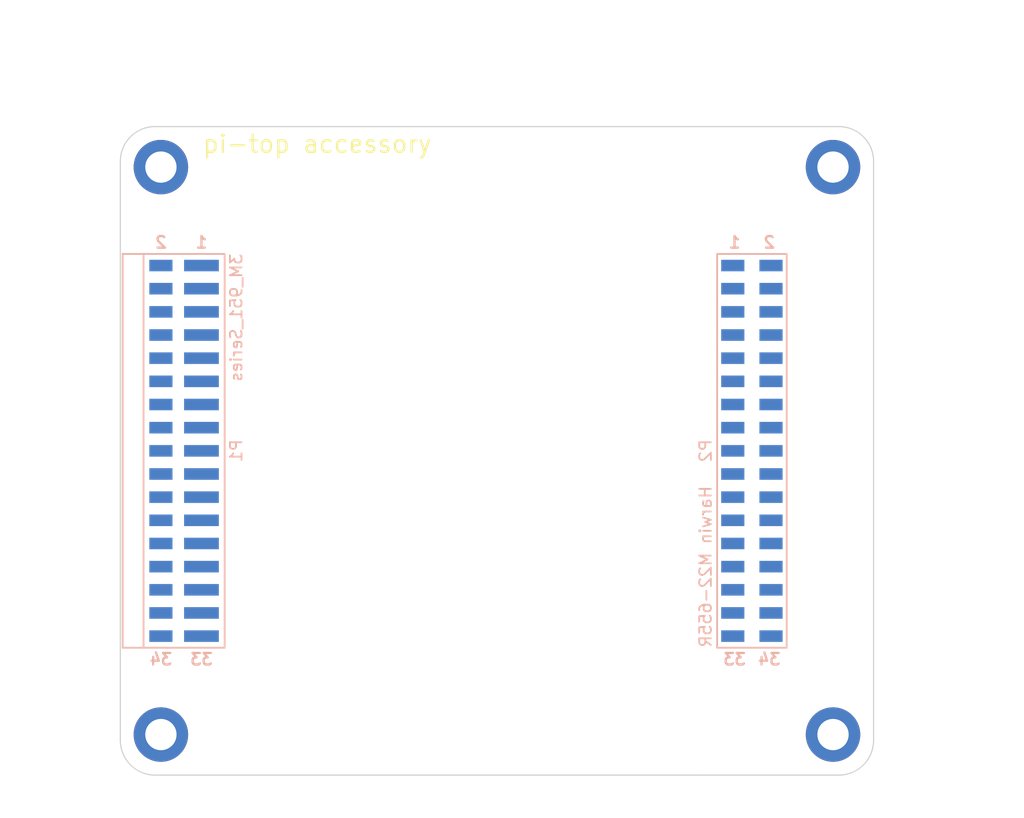
<source format=kicad_pcb>
(kicad_pcb (version 3) (host pcbnew "(22-Jun-2014 BZR 4027)-stable")

  (general
    (links 0)
    (no_connects 0)
    (area 61.114287 113.300001 151.95 188.150001)
    (thickness 1.6)
    (drawings 25)
    (tracks 0)
    (zones 0)
    (modules 6)
    (nets 1)
  )

  (page A3)
  (layers
    (15 F.Cu signal)
    (0 B.Cu signal)
    (16 B.Adhes user)
    (17 F.Adhes user)
    (18 B.Paste user)
    (19 F.Paste user)
    (20 B.SilkS user)
    (21 F.SilkS user)
    (22 B.Mask user)
    (23 F.Mask user)
    (24 Dwgs.User user)
    (25 Cmts.User user)
    (26 Eco1.User user)
    (27 Eco2.User user)
    (28 Edge.Cuts user)
  )

  (setup
    (last_trace_width 0.254)
    (trace_clearance 0.254)
    (zone_clearance 0.508)
    (zone_45_only no)
    (trace_min 0.254)
    (segment_width 0.2)
    (edge_width 0.1)
    (via_size 0.889)
    (via_drill 0.635)
    (via_min_size 0.889)
    (via_min_drill 0.508)
    (uvia_size 0.508)
    (uvia_drill 0.127)
    (uvias_allowed no)
    (uvia_min_size 0.508)
    (uvia_min_drill 0.127)
    (pcb_text_width 0.3)
    (pcb_text_size 1.5 1.5)
    (mod_edge_width 0.15)
    (mod_text_size 1 1)
    (mod_text_width 0.15)
    (pad_size 1 2)
    (pad_drill 0)
    (pad_to_mask_clearance 0)
    (aux_axis_origin 0 0)
    (visible_elements 7FFFFFFF)
    (pcbplotparams
      (layerselection 3178497)
      (usegerberextensions true)
      (excludeedgelayer true)
      (linewidth 0.150000)
      (plotframeref false)
      (viasonmask false)
      (mode 1)
      (useauxorigin false)
      (hpglpennumber 1)
      (hpglpenspeed 20)
      (hpglpendiameter 15)
      (hpglpenoverlay 2)
      (psnegative false)
      (psa4output false)
      (plotreference true)
      (plotvalue true)
      (plotothertext true)
      (plotinvisibletext false)
      (padsonsilk false)
      (subtractmaskfromsilk false)
      (outputformat 1)
      (mirror false)
      (drillshape 1)
      (scaleselection 1)
      (outputdirectory ""))
  )

  (net 0 "")

  (net_class Default "This is the default net class."
    (clearance 0.254)
    (trace_width 0.254)
    (via_dia 0.889)
    (via_drill 0.635)
    (uvia_dia 0.508)
    (uvia_drill 0.127)
    (add_net "")
  )

  (module MountingHole_2.7mm   locked (layer F.Cu) (tedit 59264B13) (tstamp 5926A401)
    (at 73.5 176.5)
    (fp_text reference MountingHole_2.7mm (at 0 -4) (layer F.SilkS) hide
      (effects (font (size 1 1) (thickness 0.15)))
    )
    (fp_text value VAL** (at 0 4) (layer F.SilkS) hide
      (effects (font (size 1 1) (thickness 0.15)))
    )
    (pad 1 thru_hole circle (at 0 0) (size 4.7 4.7) (drill 2.7)
      (layers *.Cu *.Mask)
    )
  )

  (module MountingHole_2.7mm   locked (layer F.Cu) (tedit 59264AFF) (tstamp 5926A40B)
    (at 131.5 176.5)
    (fp_text reference MountingHole_2.7mm (at 0 -4) (layer F.SilkS) hide
      (effects (font (size 1 1) (thickness 0.15)))
    )
    (fp_text value VAL** (at 0 4) (layer F.SilkS) hide
      (effects (font (size 1 1) (thickness 0.15)))
    )
    (pad 2 thru_hole circle (at 0 0) (size 4.7 4.7) (drill 2.7)
      (layers *.Cu *.Mask)
    )
  )

  (module MountingHole_2.7mm   locked (layer F.Cu) (tedit 59264AE4) (tstamp 5926A42E)
    (at 131.5 127.5)
    (fp_text reference MountingHole_2.7mm (at 0 -4) (layer F.SilkS) hide
      (effects (font (size 1 1) (thickness 0.15)))
    )
    (fp_text value VAL** (at 0 4) (layer F.SilkS) hide
      (effects (font (size 1 1) (thickness 0.15)))
    )
    (pad 3 thru_hole circle (at 0 0) (size 4.7 4.7) (drill 2.7)
      (layers *.Cu *.Mask)
    )
  )

  (module MountingHole_2.7mm (layer F.Cu) (tedit 59264ACA) (tstamp 5926A440)
    (at 73.5 127.5)
    (fp_text reference MountingHole_2.7mm (at 0 -4) (layer F.SilkS) hide
      (effects (font (size 1 1) (thickness 0.15)))
    )
    (fp_text value VAL** (at 0 4) (layer F.SilkS) hide
      (effects (font (size 1 1) (thickness 0.15)))
    )
    (pad 4 thru_hole circle (at 0 0) (size 4.7 4.7) (drill 2.7)
      (layers *.Cu *.Mask)
    )
  )

  (module Harwin_M22-655R (layer B.Cu) (tedit 59272570) (tstamp 59273297)
    (at 124.5 152 270)
    (path /59250199)
    (fp_text reference P2 (at 0 4 270) (layer B.SilkS)
      (effects (font (size 1 1) (thickness 0.15)) (justify mirror))
    )
    (fp_text value "Harwin M22-655R" (at 10 4 270) (layer B.SilkS)
      (effects (font (size 1 1) (thickness 0.15)) (justify mirror))
    )
    (fp_line (start 17 -3.95) (end 17 -10.3) (layer Dwgs.User) (width 0.15))
    (fp_line (start 17 -10.3) (end -17 -10.3) (layer Dwgs.User) (width 0.15))
    (fp_line (start -17 -10.3) (end -17 -3.95) (layer Dwgs.User) (width 0.15))
    (fp_line (start -17 -3.95) (end 17 -3.95) (layer Dwgs.User) (width 0.15))
    (fp_line (start -17 3) (end 17 3) (layer B.SilkS) (width 0.15))
    (fp_line (start 17 3) (end 17 -3) (layer B.SilkS) (width 0.15))
    (fp_line (start 17 -3) (end -17 -3) (layer B.SilkS) (width 0.15))
    (fp_line (start -17 -3) (end -17 3) (layer B.SilkS) (width 0.15))
    (pad 1 smd rect (at -16 1.65 270) (size 1 2)
      (layers B.Cu B.Paste B.Mask)
    )
    (pad 2 smd rect (at -16 -1.65 270) (size 1 2)
      (layers B.Cu B.Paste B.Mask)
    )
    (pad 3 smd rect (at -14 1.65 270) (size 1 2)
      (layers B.Cu B.Paste B.Mask)
    )
    (pad 4 smd rect (at -14 -1.65 270) (size 1 2)
      (layers B.Cu B.Paste B.Mask)
    )
    (pad 5 smd rect (at -12 1.65 270) (size 1 2)
      (layers B.Cu B.Paste B.Mask)
    )
    (pad 6 smd rect (at -12 -1.65 270) (size 1 2)
      (layers B.Cu B.Paste B.Mask)
    )
    (pad 7 smd rect (at -10 1.65 270) (size 1 2)
      (layers B.Cu B.Paste B.Mask)
    )
    (pad 8 smd rect (at -10 -1.65 270) (size 1 2)
      (layers B.Cu B.Paste B.Mask)
    )
    (pad 9 smd rect (at -8 1.65 270) (size 1 2)
      (layers B.Cu B.Paste B.Mask)
    )
    (pad 10 smd rect (at -8 -1.65 270) (size 1 2)
      (layers B.Cu B.Paste B.Mask)
    )
    (pad 11 smd rect (at -6 1.65 270) (size 1 2)
      (layers B.Cu B.Paste B.Mask)
    )
    (pad 12 smd rect (at -6 -1.65 270) (size 1 2)
      (layers B.Cu B.Paste B.Mask)
    )
    (pad 13 smd rect (at -4 1.65 270) (size 1 2)
      (layers B.Cu B.Paste B.Mask)
    )
    (pad 14 smd rect (at -4 -1.65 270) (size 1 2)
      (layers B.Cu B.Paste B.Mask)
    )
    (pad 15 smd rect (at -2 1.65 270) (size 1 2)
      (layers B.Cu B.Paste B.Mask)
    )
    (pad 16 smd rect (at -2 -1.65 270) (size 1 2)
      (layers B.Cu B.Paste B.Mask)
    )
    (pad 17 smd rect (at 0 1.65 270) (size 1 2)
      (layers B.Cu B.Paste B.Mask)
    )
    (pad 18 smd rect (at 0 -1.65 270) (size 1 2)
      (layers B.Cu B.Paste B.Mask)
    )
    (pad 19 smd rect (at 2 1.65 270) (size 1 2)
      (layers B.Cu B.Paste B.Mask)
    )
    (pad 20 smd rect (at 2 -1.65 270) (size 1 2)
      (layers B.Cu B.Paste B.Mask)
    )
    (pad 21 smd rect (at 4 1.65 270) (size 1 2)
      (layers B.Cu B.Paste B.Mask)
    )
    (pad 22 smd rect (at 4 -1.65 270) (size 1 2)
      (layers B.Cu B.Paste B.Mask)
    )
    (pad 23 smd rect (at 6 1.65 270) (size 1 2)
      (layers B.Cu B.Paste B.Mask)
    )
    (pad 24 smd rect (at 6 -1.65 270) (size 1 2)
      (layers B.Cu B.Paste B.Mask)
    )
    (pad 25 smd rect (at 8 1.65 270) (size 1 2)
      (layers B.Cu B.Paste B.Mask)
    )
    (pad 26 smd rect (at 8 -1.65 270) (size 1 2)
      (layers B.Cu B.Paste B.Mask)
    )
    (pad 27 smd rect (at 10 1.65 270) (size 1 2)
      (layers B.Cu B.Paste B.Mask)
    )
    (pad 28 smd rect (at 10 -1.65 270) (size 1 2)
      (layers B.Cu B.Paste B.Mask)
    )
    (pad 29 smd rect (at 12 1.65 270) (size 1 2)
      (layers B.Cu B.Paste B.Mask)
    )
    (pad 30 smd rect (at 12 -1.65 270) (size 1 2)
      (layers B.Cu B.Paste B.Mask)
    )
    (pad 31 smd rect (at 14 1.65 270) (size 1 2)
      (layers B.Cu B.Paste B.Mask)
    )
    (pad 32 smd rect (at 14 -1.65 270) (size 1 2)
      (layers B.Cu B.Paste B.Mask)
    )
    (pad 33 smd rect (at 16 1.65 270) (size 1 2)
      (layers B.Cu B.Paste B.Mask)
    )
    (pad 34 smd rect (at 16 -1.65 270) (size 1 2)
      (layers B.Cu B.Paste B.Mask)
    )
  )

  (module 3M_951_Series (layer B.Cu) (tedit 59272530) (tstamp 592732D4)
    (at 75 152 90)
    (path /5925018A)
    (fp_text reference P1 (at 0 5 90) (layer B.SilkS)
      (effects (font (size 1 1) (thickness 0.15)) (justify mirror))
    )
    (fp_text value 3M_951_Series (at 11.5 5 90) (layer B.SilkS)
      (effects (font (size 1 1) (thickness 0.15)) (justify mirror))
    )
    (fp_line (start 17 -5) (end -17 -5) (layer Dwgs.User) (width 0.15))
    (fp_line (start 14 -4.8) (end 14 -9.25) (layer Dwgs.User) (width 0.15))
    (fp_line (start 12 -4.8) (end 12 -9.25) (layer Dwgs.User) (width 0.15))
    (fp_line (start 10 -4.8) (end 10 -9.25) (layer Dwgs.User) (width 0.15))
    (fp_line (start 8 -4.8) (end 8 -9.25) (layer Dwgs.User) (width 0.15))
    (fp_line (start 6 -4.8) (end 6 -9.25) (layer Dwgs.User) (width 0.15))
    (fp_line (start 4 -4.8) (end 4 -9.25) (layer Dwgs.User) (width 0.15))
    (fp_line (start 2 -4.8) (end 2 -9.25) (layer Dwgs.User) (width 0.15))
    (fp_line (start 0 -4.8) (end 0 -9.25) (layer Dwgs.User) (width 0.15))
    (fp_line (start -2 -4.8) (end -2 -9.25) (layer Dwgs.User) (width 0.15))
    (fp_line (start -4 -4.8) (end -4 -9.25) (layer Dwgs.User) (width 0.15))
    (fp_line (start -6 -4.8) (end -6 -9.25) (layer Dwgs.User) (width 0.15))
    (fp_line (start -8 -4.8) (end -8 -9.25) (layer Dwgs.User) (width 0.15))
    (fp_line (start -10 -4.8) (end -10 -9.25) (layer Dwgs.User) (width 0.15))
    (fp_line (start -12 -4.8) (end -12 -9.25) (layer Dwgs.User) (width 0.15))
    (fp_line (start -14 -4.8) (end -14 -9.25) (layer Dwgs.User) (width 0.15))
    (fp_line (start 16 -4.8) (end 16 -9.25) (layer Dwgs.User) (width 0.15))
    (fp_line (start -16 -9.25) (end -16 -4.8) (layer Dwgs.User) (width 0.15))
    (fp_line (start -17 -4.8) (end 17 -4.8) (layer B.SilkS) (width 0.15))
    (fp_line (start -17 4) (end 17 4) (layer B.SilkS) (width 0.15))
    (fp_line (start 17 4) (end 17 -4.8) (layer B.SilkS) (width 0.15))
    (fp_line (start 17 -3) (end -17 -3) (layer B.SilkS) (width 0.15))
    (fp_line (start -17 -4.8) (end -17 4) (layer B.SilkS) (width 0.15))
    (pad 33 smd rect (at -16 2 90) (size 1 3)
      (layers B.Cu B.Paste B.Mask)
    )
    (pad 34 smd rect (at -16 -1.5 90) (size 1 2)
      (layers B.Cu B.Paste B.Mask)
    )
    (pad 31 smd rect (at -14 2 90) (size 1 3)
      (layers B.Cu B.Paste B.Mask)
    )
    (pad 32 smd rect (at -14 -1.5 90) (size 1 2)
      (layers B.Cu B.Paste B.Mask)
    )
    (pad 29 smd rect (at -12 2 90) (size 1 3)
      (layers B.Cu B.Paste B.Mask)
    )
    (pad 30 smd rect (at -12 -1.5 90) (size 1 2)
      (layers B.Cu B.Paste B.Mask)
    )
    (pad 27 smd rect (at -10 2 90) (size 1 3)
      (layers B.Cu B.Paste B.Mask)
    )
    (pad 28 smd rect (at -10 -1.5 90) (size 1 2)
      (layers B.Cu B.Paste B.Mask)
    )
    (pad 25 smd rect (at -8 2 90) (size 1 3)
      (layers B.Cu B.Paste B.Mask)
    )
    (pad 26 smd rect (at -8 -1.5 90) (size 1 2)
      (layers B.Cu B.Paste B.Mask)
    )
    (pad 23 smd rect (at -6 2 90) (size 1 3)
      (layers B.Cu B.Paste B.Mask)
    )
    (pad 24 smd rect (at -6 -1.5 90) (size 1 2)
      (layers B.Cu B.Paste B.Mask)
    )
    (pad 21 smd rect (at -4 2 90) (size 1 3)
      (layers B.Cu B.Paste B.Mask)
    )
    (pad 22 smd rect (at -4 -1.5 90) (size 1 2)
      (layers B.Cu B.Paste B.Mask)
    )
    (pad 19 smd rect (at -2 2 90) (size 1 3)
      (layers B.Cu B.Paste B.Mask)
    )
    (pad 20 smd rect (at -2 -1.5 90) (size 1 2)
      (layers B.Cu B.Paste B.Mask)
    )
    (pad 17 smd rect (at 0 2 90) (size 1 3)
      (layers B.Cu B.Paste B.Mask)
    )
    (pad 18 smd rect (at 0 -1.5 90) (size 1 2)
      (layers B.Cu B.Paste B.Mask)
    )
    (pad 15 smd rect (at 2 2 90) (size 1 3)
      (layers B.Cu B.Paste B.Mask)
    )
    (pad 16 smd rect (at 2 -1.5 90) (size 1 2)
      (layers B.Cu B.Paste B.Mask)
    )
    (pad 13 smd rect (at 4 2 90) (size 1 3)
      (layers B.Cu B.Paste B.Mask)
    )
    (pad 14 smd rect (at 4 -1.5 90) (size 1 2)
      (layers B.Cu B.Paste B.Mask)
    )
    (pad 11 smd rect (at 6 2 90) (size 1 3)
      (layers B.Cu B.Paste B.Mask)
    )
    (pad 12 smd rect (at 6 -1.5 90) (size 1 2)
      (layers B.Cu B.Paste B.Mask)
    )
    (pad 9 smd rect (at 8 2 90) (size 1 3)
      (layers B.Cu B.Paste B.Mask)
    )
    (pad 10 smd rect (at 8 -1.5 90) (size 1 2)
      (layers B.Cu B.Paste B.Mask)
    )
    (pad 7 smd rect (at 10 2 90) (size 1 3)
      (layers B.Cu B.Paste B.Mask)
    )
    (pad 8 smd rect (at 10 -1.5 90) (size 1 2)
      (layers B.Cu B.Paste B.Mask)
    )
    (pad 5 smd rect (at 12 2 90) (size 1 3)
      (layers B.Cu B.Paste B.Mask)
    )
    (pad 6 smd rect (at 12 -1.5 90) (size 1 2)
      (layers B.Cu B.Paste B.Mask)
    )
    (pad 3 smd rect (at 14 2 90) (size 1 3)
      (layers B.Cu B.Paste B.Mask)
    )
    (pad 4 smd rect (at 14 -1.5 90) (size 1 2)
      (layers B.Cu B.Paste B.Mask)
    )
    (pad 1 smd rect (at 16 2 90) (size 1 3)
      (layers B.Cu B.Paste B.Mask)
    )
    (pad 2 smd rect (at 16 -1.5 90) (size 1 2)
      (layers B.Cu B.Paste B.Mask)
    )
  )

  (gr_text 34 (at 126 170) (layer B.SilkS)
    (effects (font (size 1 1) (thickness 0.2)) (justify mirror))
  )
  (gr_text 33 (at 123 170) (layer B.SilkS)
    (effects (font (size 1 1) (thickness 0.2)) (justify mirror))
  )
  (gr_text 34 (at 73.5 170) (layer B.SilkS)
    (effects (font (size 1 1) (thickness 0.2)) (justify mirror))
  )
  (gr_text 33 (at 77 170) (layer B.SilkS)
    (effects (font (size 1 1) (thickness 0.2)) (justify mirror))
  )
  (gr_text 2 (at 73.5 134) (layer B.SilkS)
    (effects (font (size 1 1) (thickness 0.2)) (justify mirror))
  )
  (gr_text 1 (at 77 134) (layer B.SilkS)
    (effects (font (size 1 1) (thickness 0.2)) (justify mirror))
  )
  (gr_text 1 (at 123 134) (layer B.SilkS)
    (effects (font (size 1 1) (thickness 0.2)) (justify mirror))
  )
  (gr_text 2 (at 126 134) (layer B.SilkS)
    (effects (font (size 1 1) (thickness 0.2)) (justify mirror))
  )
  (gr_text "pi-top accessory" (at 77 125.5) (layer F.SilkS)
    (effects (font (size 1.5 1.5) (thickness 0.2)) (justify left))
  )
  (dimension 24.5 (width 0.2) (layer Dwgs.User)
    (gr_text "24.500 mm" (at 115.15 139.75 90) (layer Dwgs.User)
      (effects (font (size 1.5 1.5) (thickness 0.2)))
    )
    (feature1 (pts (xy 119 127.5) (xy 113.8 127.5)))
    (feature2 (pts (xy 119 152) (xy 113.8 152)))
    (crossbar (pts (xy 116.5 152) (xy 116.5 127.5)))
    (arrow1a (pts (xy 116.5 127.5) (xy 117.08642 128.626503)))
    (arrow1b (pts (xy 116.5 127.5) (xy 115.91358 128.626503)))
    (arrow2a (pts (xy 116.5 152) (xy 117.08642 150.873497)))
    (arrow2b (pts (xy 116.5 152) (xy 115.91358 150.873497)))
  )
  (gr_line (start 119 127.5) (end 128.5 127.5) (angle 90) (layer Dwgs.User) (width 0.2))
  (dimension 3.5 (width 0.2) (layer Dwgs.User)
    (gr_text "3.500 mm" (at 67 187 90) (layer Dwgs.User)
      (effects (font (size 1.5 1.5) (thickness 0.2)))
    )
    (feature1 (pts (xy 69.5 176.5) (xy 64.3 176.5)))
    (feature2 (pts (xy 69.5 180) (xy 64.3 180)))
    (crossbar (pts (xy 67 180) (xy 67 176.5)))
    (arrow1a (pts (xy 67 176.5) (xy 67.58642 177.626503)))
    (arrow1b (pts (xy 67 176.5) (xy 66.41358 177.626503)))
    (arrow2a (pts (xy 67 180) (xy 67.58642 178.873497)))
    (arrow2b (pts (xy 67 180) (xy 66.41358 178.873497)))
  )
  (dimension 3.5 (width 0.2) (layer Dwgs.User)
    (gr_text "3.500 mm" (at 80 183) (layer Dwgs.User)
      (effects (font (size 1.5 1.5) (thickness 0.2)))
    )
    (feature1 (pts (xy 73.5 180.5) (xy 73.5 185.699999)))
    (feature2 (pts (xy 70 180.5) (xy 70 185.699999)))
    (crossbar (pts (xy 70 182.999999) (xy 73.5 182.999999)))
    (arrow1a (pts (xy 73.5 182.999999) (xy 72.373497 183.586419)))
    (arrow1b (pts (xy 73.5 182.999999) (xy 72.373497 182.413579)))
    (arrow2a (pts (xy 70 182.999999) (xy 71.126503 183.586419)))
    (arrow2b (pts (xy 70 182.999999) (xy 71.126503 182.413579)))
  )
  (dimension 49 (width 0.2) (layer Dwgs.User)
    (gr_text "49.000 mm" (at 141.85 152 90) (layer Dwgs.User)
      (effects (font (size 1.5 1.5) (thickness 0.2)))
    )
    (feature1 (pts (xy 136 127.5) (xy 143.2 127.5)))
    (feature2 (pts (xy 136 176.5) (xy 143.2 176.5)))
    (crossbar (pts (xy 140.5 176.5) (xy 140.5 127.5)))
    (arrow1a (pts (xy 140.5 127.5) (xy 141.08642 128.626503)))
    (arrow1b (pts (xy 140.5 127.5) (xy 139.91358 128.626503)))
    (arrow2a (pts (xy 140.5 176.5) (xy 141.08642 175.373497)))
    (arrow2b (pts (xy 140.5 176.5) (xy 139.91358 175.373497)))
  )
  (dimension 65 (width 0.2) (layer Dwgs.User)
    (gr_text "65.000 mm" (at 102.5 114.650001) (layer Dwgs.User)
      (effects (font (size 1.5 1.5) (thickness 0.2)))
    )
    (feature1 (pts (xy 135 124) (xy 135 113.300001)))
    (feature2 (pts (xy 70 124) (xy 70 113.300001)))
    (crossbar (pts (xy 70 116.000001) (xy 135 116.000001)))
    (arrow1a (pts (xy 135 116.000001) (xy 133.873497 116.586421)))
    (arrow1b (pts (xy 135 116.000001) (xy 133.873497 115.413581)))
    (arrow2a (pts (xy 70 116.000001) (xy 71.126503 116.586421)))
    (arrow2b (pts (xy 70 116.000001) (xy 71.126503 115.413581)))
  )
  (dimension 56 (width 0.2) (layer Dwgs.User)
    (gr_text "56.000 mm" (at 145.35 152 90) (layer Dwgs.User)
      (effects (font (size 1.5 1.5) (thickness 0.2)))
    )
    (feature1 (pts (xy 135 124) (xy 146.7 124)))
    (feature2 (pts (xy 135 180) (xy 146.7 180)))
    (crossbar (pts (xy 144 180) (xy 144 124)))
    (arrow1a (pts (xy 144 124) (xy 144.58642 125.126503)))
    (arrow1b (pts (xy 144 124) (xy 143.41358 125.126503)))
    (arrow2a (pts (xy 144 180) (xy 144.58642 178.873497)))
    (arrow2b (pts (xy 144 180) (xy 143.41358 178.873497)))
  )
  (gr_line (start 132 124) (end 73 124) (angle 90) (layer Edge.Cuts) (width 0.1))
  (gr_arc (start 132 177) (end 135 177) (angle 90) (layer Edge.Cuts) (width 0.1))
  (gr_arc (start 73 127) (end 70 127) (angle 90) (layer Edge.Cuts) (width 0.1))
  (gr_arc (start 132 127) (end 132 124) (angle 90) (layer Edge.Cuts) (width 0.1))
  (gr_arc (start 73 177) (end 73 180) (angle 90) (layer Edge.Cuts) (width 0.1))
  (gr_line (start 70 127) (end 70 177) (angle 90) (layer Edge.Cuts) (width 0.1))
  (gr_line (start 135 177) (end 135 127) (angle 90) (layer Edge.Cuts) (width 0.1))
  (gr_line (start 120 180) (end 132 180) (angle 90) (layer Edge.Cuts) (width 0.1))
  (gr_line (start 73 180) (end 120 180) (angle 90) (layer Edge.Cuts) (width 0.1))

)

</source>
